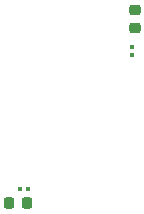
<source format=gbr>
%TF.GenerationSoftware,KiCad,Pcbnew,8.0.2*%
%TF.CreationDate,2024-10-29T11:55:49-07:00*%
%TF.ProjectId,UGC_SubStick,5547435f-5375-4625-9374-69636b2e6b69,rev?*%
%TF.SameCoordinates,Original*%
%TF.FileFunction,Paste,Top*%
%TF.FilePolarity,Positive*%
%FSLAX46Y46*%
G04 Gerber Fmt 4.6, Leading zero omitted, Abs format (unit mm)*
G04 Created by KiCad (PCBNEW 8.0.2) date 2024-10-29 11:55:49*
%MOMM*%
%LPD*%
G01*
G04 APERTURE LIST*
G04 Aperture macros list*
%AMRoundRect*
0 Rectangle with rounded corners*
0 $1 Rounding radius*
0 $2 $3 $4 $5 $6 $7 $8 $9 X,Y pos of 4 corners*
0 Add a 4 corners polygon primitive as box body*
4,1,4,$2,$3,$4,$5,$6,$7,$8,$9,$2,$3,0*
0 Add four circle primitives for the rounded corners*
1,1,$1+$1,$2,$3*
1,1,$1+$1,$4,$5*
1,1,$1+$1,$6,$7*
1,1,$1+$1,$8,$9*
0 Add four rect primitives between the rounded corners*
20,1,$1+$1,$2,$3,$4,$5,0*
20,1,$1+$1,$4,$5,$6,$7,0*
20,1,$1+$1,$6,$7,$8,$9,0*
20,1,$1+$1,$8,$9,$2,$3,0*%
G04 Aperture macros list end*
%ADD10RoundRect,0.225000X-0.225000X-0.250000X0.225000X-0.250000X0.225000X0.250000X-0.225000X0.250000X0*%
%ADD11RoundRect,0.079500X-0.079500X-0.100500X0.079500X-0.100500X0.079500X0.100500X-0.079500X0.100500X0*%
%ADD12RoundRect,0.225000X-0.250000X0.225000X-0.250000X-0.225000X0.250000X-0.225000X0.250000X0.225000X0*%
%ADD13RoundRect,0.079500X0.100500X-0.079500X0.100500X0.079500X-0.100500X0.079500X-0.100500X-0.079500X0*%
G04 APERTURE END LIST*
D10*
%TO.C,C1*%
X247408400Y-161493200D03*
X248958400Y-161493200D03*
%TD*%
D11*
%TO.C,R1*%
X248346400Y-160324800D03*
X249036400Y-160324800D03*
%TD*%
D12*
%TO.C,C2*%
X258100000Y-145125000D03*
X258100000Y-146675000D03*
%TD*%
D13*
%TO.C,R2*%
X257835400Y-148935000D03*
X257835400Y-148245000D03*
%TD*%
M02*

</source>
